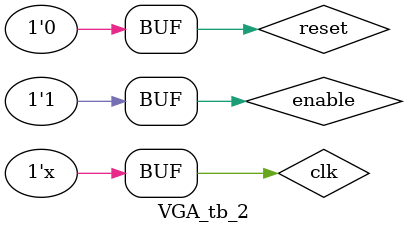
<source format=v>

module VGA_tb_2;
    reg clk;
    reg reset;
    wire [2:0] pixel_data;
    wire VGA_RED, VGA_GREEN, VGA_BLUE, VGA_HSYNC, VGA_VSYNC;
    reg enable;
    
    localparam CLK_PERIOD = 10;
    always #(CLK_PERIOD/2) clk=~clk;

    // Instantiate the VGA controller with active sig set to 0
    VGAC VGAController0(reset, clk, enable, 1'b0, VGA_RED, VGA_GREEN, VGA_BLUE, VGA_HSYNC, VGA_VSYNC);

    assign pixel_data = {VGA_RED, VGA_GREEN, VGA_BLUE};

    initial begin
        #100
        clk = 0;
        reset = 0;
        enable = 0;
        #(CLK_PERIOD*100) reset = 1;
        #(CLK_PERIOD*10) reset = 0;

        // Test VGA_constoller module
        enable = 1'b1;

    end
endmodule
</source>
